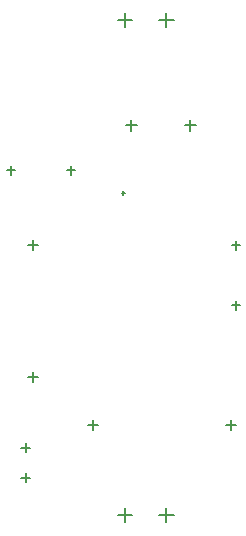
<source format=gbr>
G04*
G04 #@! TF.GenerationSoftware,Altium Limited,Altium Designer,22.4.2 (48)*
G04*
G04 Layer_Color=128*
%FSLAX44Y44*%
%MOMM*%
G71*
G04*
G04 #@! TF.SameCoordinates,9C8BD881-1EF7-4F66-BDA7-44B266CCAB19*
G04*
G04*
G04 #@! TF.FilePolarity,Positive*
G04*
G01*
G75*
%ADD12C,0.1270*%
D12*
X417900Y723900D02*
X429900D01*
X423900Y717900D02*
Y729900D01*
X382900Y723900D02*
X394900D01*
X388900Y717900D02*
Y729900D01*
X382900Y304800D02*
X394900D01*
X388900Y298800D02*
Y310800D01*
X417900Y304800D02*
X429900D01*
X423900Y298800D02*
Y310800D01*
X300990Y336550D02*
X308610D01*
X304800Y332740D02*
Y340360D01*
X300990Y361950D02*
X308610D01*
X304800Y358140D02*
Y365760D01*
X389600Y635000D02*
X398600D01*
X394100Y630500D02*
Y639500D01*
X439600Y635000D02*
X448600D01*
X444100Y630500D02*
Y639500D01*
X339350Y596900D02*
X346450D01*
X342900Y593350D02*
Y600450D01*
X288550Y596900D02*
X295650D01*
X292100Y593350D02*
Y600450D01*
X479050Y482600D02*
X486150D01*
X482600Y479050D02*
Y486150D01*
X479050Y533400D02*
X486150D01*
X482600Y529850D02*
Y536950D01*
X306832Y422148D02*
X315468D01*
X311150Y417830D02*
Y426466D01*
X306832Y533400D02*
X315468D01*
X311150Y529082D02*
Y537718D01*
X474472Y381000D02*
X483108D01*
X478790Y376682D02*
Y385318D01*
X357632Y381000D02*
X366268D01*
X361950Y376682D02*
Y385318D01*
X385850Y577850D02*
X388850D01*
X387350Y576350D02*
Y579350D01*
M02*

</source>
